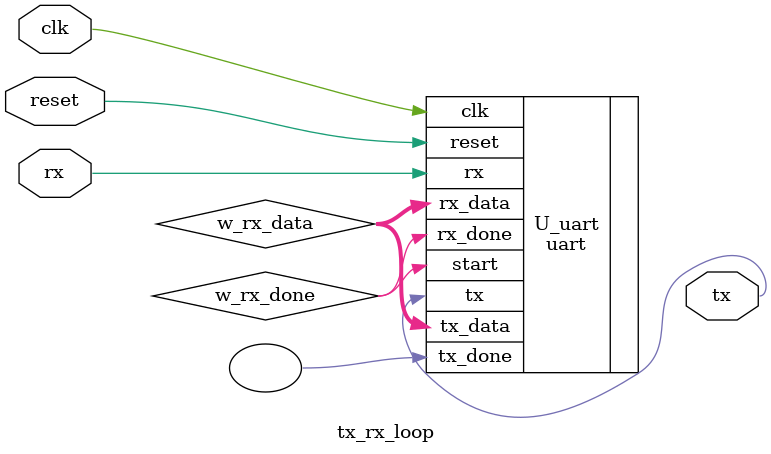
<source format=v>
`timescale 1ns / 1ps


module tx_rx_loop (

    input  clk,
    input  reset,
    // transmitter
    output tx,
    //Receiver
    input  rx
);


    wire [7:0] w_rx_data;
    wire w_rx_done;

    uart U_uart (
        .clk(clk),
        .reset(reset),
        .start(w_rx_done),
        .tx_data(w_rx_data),
        .tx(tx),
        .tx_done(),
        .rx(rx),
        .rx_data(w_rx_data),
        .rx_done(w_rx_done)
    );


endmodule

</source>
